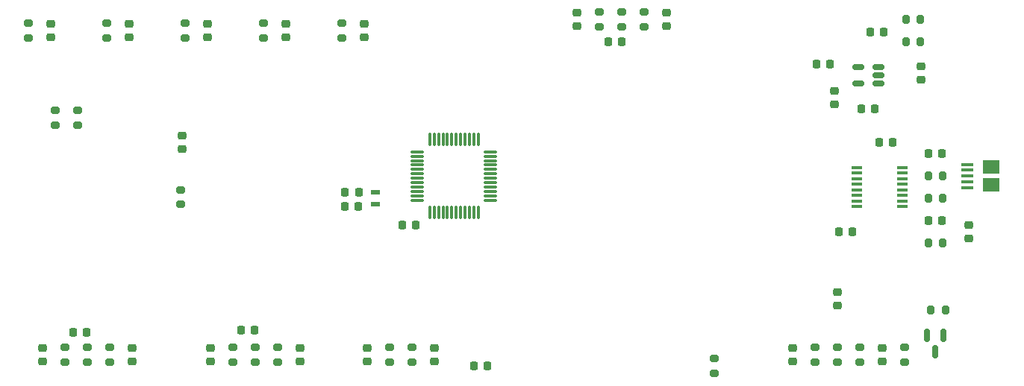
<source format=gbr>
%TF.GenerationSoftware,KiCad,Pcbnew,(6.0.2)*%
%TF.CreationDate,2022-03-23T19:52:23-07:00*%
%TF.ProjectId,main,6d61696e-2e6b-4696-9361-645f70636258,rev?*%
%TF.SameCoordinates,Original*%
%TF.FileFunction,Paste,Top*%
%TF.FilePolarity,Positive*%
%FSLAX46Y46*%
G04 Gerber Fmt 4.6, Leading zero omitted, Abs format (unit mm)*
G04 Created by KiCad (PCBNEW (6.0.2)) date 2022-03-23 19:52:23*
%MOMM*%
%LPD*%
G01*
G04 APERTURE LIST*
G04 Aperture macros list*
%AMRoundRect*
0 Rectangle with rounded corners*
0 $1 Rounding radius*
0 $2 $3 $4 $5 $6 $7 $8 $9 X,Y pos of 4 corners*
0 Add a 4 corners polygon primitive as box body*
4,1,4,$2,$3,$4,$5,$6,$7,$8,$9,$2,$3,0*
0 Add four circle primitives for the rounded corners*
1,1,$1+$1,$2,$3*
1,1,$1+$1,$4,$5*
1,1,$1+$1,$6,$7*
1,1,$1+$1,$8,$9*
0 Add four rect primitives between the rounded corners*
20,1,$1+$1,$2,$3,$4,$5,0*
20,1,$1+$1,$4,$5,$6,$7,0*
20,1,$1+$1,$6,$7,$8,$9,0*
20,1,$1+$1,$8,$9,$2,$3,0*%
G04 Aperture macros list end*
%ADD10RoundRect,0.200000X-0.200000X-0.275000X0.200000X-0.275000X0.200000X0.275000X-0.200000X0.275000X0*%
%ADD11RoundRect,0.225000X-0.250000X0.225000X-0.250000X-0.225000X0.250000X-0.225000X0.250000X0.225000X0*%
%ADD12R,1.100000X0.600000*%
%ADD13RoundRect,0.225000X0.225000X0.250000X-0.225000X0.250000X-0.225000X-0.250000X0.225000X-0.250000X0*%
%ADD14RoundRect,0.225000X0.250000X-0.225000X0.250000X0.225000X-0.250000X0.225000X-0.250000X-0.225000X0*%
%ADD15RoundRect,0.200000X-0.275000X0.200000X-0.275000X-0.200000X0.275000X-0.200000X0.275000X0.200000X0*%
%ADD16RoundRect,0.200000X0.275000X-0.200000X0.275000X0.200000X-0.275000X0.200000X-0.275000X-0.200000X0*%
%ADD17RoundRect,0.225000X-0.225000X-0.250000X0.225000X-0.250000X0.225000X0.250000X-0.225000X0.250000X0*%
%ADD18RoundRect,0.150000X0.512500X0.150000X-0.512500X0.150000X-0.512500X-0.150000X0.512500X-0.150000X0*%
%ADD19RoundRect,0.075000X0.075000X-0.662500X0.075000X0.662500X-0.075000X0.662500X-0.075000X-0.662500X0*%
%ADD20RoundRect,0.075000X0.662500X-0.075000X0.662500X0.075000X-0.662500X0.075000X-0.662500X-0.075000X0*%
%ADD21RoundRect,0.200000X0.200000X0.275000X-0.200000X0.275000X-0.200000X-0.275000X0.200000X-0.275000X0*%
%ADD22RoundRect,0.150000X-0.150000X0.587500X-0.150000X-0.587500X0.150000X-0.587500X0.150000X0.587500X0*%
%ADD23R,1.350000X0.400000*%
%ADD24R,1.900000X1.500000*%
%ADD25R,1.200000X0.400000*%
G04 APERTURE END LIST*
D10*
%TO.C,R24*%
X206185000Y-107950000D03*
X207835000Y-107950000D03*
%TD*%
D11*
%TO.C,C11*%
X124079000Y-118605000D03*
X124079000Y-120155000D03*
%TD*%
D10*
%TO.C,R4*%
X208725000Y-125730000D03*
X210375000Y-125730000D03*
%TD*%
D12*
%TO.C,Y1*%
X146050000Y-126430000D03*
X146050000Y-125030000D03*
%TD*%
D13*
%TO.C,C31*%
X174003000Y-107950000D03*
X172453000Y-107950000D03*
%TD*%
D14*
%TO.C,C26*%
X198452500Y-137935000D03*
X198452500Y-136385000D03*
%TD*%
D15*
%TO.C,R2*%
X184482500Y-143955000D03*
X184482500Y-145605000D03*
%TD*%
D13*
%TO.C,C19*%
X113297000Y-140970000D03*
X111747000Y-140970000D03*
%TD*%
%TO.C,C4*%
X210325000Y-128270000D03*
X208775000Y-128270000D03*
%TD*%
D11*
%TO.C,C17*%
X118442500Y-142735000D03*
X118442500Y-144285000D03*
%TD*%
D16*
%TO.C,R29*%
X200992500Y-144335000D03*
X200992500Y-142685000D03*
%TD*%
D13*
%TO.C,C24*%
X202705000Y-115570000D03*
X201155000Y-115570000D03*
%TD*%
D15*
%TO.C,R6*%
X123952000Y-124778000D03*
X123952000Y-126428000D03*
%TD*%
D11*
%TO.C,C21*%
X145112500Y-142735000D03*
X145112500Y-144285000D03*
%TD*%
%TO.C,C37*%
X109220000Y-105905000D03*
X109220000Y-107455000D03*
%TD*%
D14*
%TO.C,C30*%
X179070000Y-106185000D03*
X179070000Y-104635000D03*
%TD*%
D16*
%TO.C,R38*%
X115570000Y-107505000D03*
X115570000Y-105855000D03*
%TD*%
D13*
%TO.C,C22*%
X203675000Y-106800000D03*
X202125000Y-106800000D03*
%TD*%
D16*
%TO.C,R41*%
X133350000Y-107505000D03*
X133350000Y-105855000D03*
%TD*%
D17*
%TO.C,C2*%
X157164500Y-144780000D03*
X158714500Y-144780000D03*
%TD*%
%TO.C,C8*%
X203187000Y-119380000D03*
X204737000Y-119380000D03*
%TD*%
D16*
%TO.C,R40*%
X142240000Y-107505000D03*
X142240000Y-105855000D03*
%TD*%
D18*
%TO.C,U2*%
X203067500Y-112710000D03*
X203067500Y-111760000D03*
X203067500Y-110810000D03*
X200792500Y-110810000D03*
X200792500Y-112710000D03*
%TD*%
D16*
%TO.C,R31*%
X198452500Y-144335000D03*
X198452500Y-142685000D03*
%TD*%
D15*
%TO.C,R15*%
X147652500Y-142685000D03*
X147652500Y-144335000D03*
%TD*%
D19*
%TO.C,U$1*%
X152190000Y-127352500D03*
X152690000Y-127352500D03*
X153190000Y-127352500D03*
X153690000Y-127352500D03*
X154190000Y-127352500D03*
X154690000Y-127352500D03*
X155190000Y-127352500D03*
X155690000Y-127352500D03*
X156190000Y-127352500D03*
X156690000Y-127352500D03*
X157190000Y-127352500D03*
X157690000Y-127352500D03*
D20*
X159102500Y-125940000D03*
X159102500Y-125440000D03*
X159102500Y-124940000D03*
X159102500Y-124440000D03*
X159102500Y-123940000D03*
X159102500Y-123440000D03*
X159102500Y-122940000D03*
X159102500Y-122440000D03*
X159102500Y-121940000D03*
X159102500Y-121440000D03*
X159102500Y-120940000D03*
X159102500Y-120440000D03*
D19*
X157690000Y-119027500D03*
X157190000Y-119027500D03*
X156690000Y-119027500D03*
X156190000Y-119027500D03*
X155690000Y-119027500D03*
X155190000Y-119027500D03*
X154690000Y-119027500D03*
X154190000Y-119027500D03*
X153690000Y-119027500D03*
X153190000Y-119027500D03*
X152690000Y-119027500D03*
X152190000Y-119027500D03*
D20*
X150777500Y-120440000D03*
X150777500Y-120940000D03*
X150777500Y-121440000D03*
X150777500Y-121940000D03*
X150777500Y-122440000D03*
X150777500Y-122940000D03*
X150777500Y-123440000D03*
X150777500Y-123940000D03*
X150777500Y-124440000D03*
X150777500Y-124940000D03*
X150777500Y-125440000D03*
X150777500Y-125940000D03*
%TD*%
D21*
%TO.C,FB1*%
X210375000Y-130810000D03*
X208725000Y-130810000D03*
%TD*%
D16*
%TO.C,R32*%
X195912500Y-144335000D03*
X195912500Y-142685000D03*
%TD*%
D17*
%TO.C,C12*%
X142550000Y-126675000D03*
X144100000Y-126675000D03*
%TD*%
D14*
%TO.C,C32*%
X168910000Y-106185000D03*
X168910000Y-104635000D03*
%TD*%
D16*
%TO.C,R39*%
X124460000Y-107505000D03*
X124460000Y-105855000D03*
%TD*%
D15*
%TO.C,R18*%
X134952500Y-142685000D03*
X134952500Y-144335000D03*
%TD*%
D14*
%TO.C,C23*%
X207900000Y-110725000D03*
X207900000Y-112275000D03*
%TD*%
D22*
%TO.C,Q1*%
X210500000Y-141302500D03*
X208600000Y-141302500D03*
X209550000Y-143177500D03*
%TD*%
D11*
%TO.C,C33*%
X135890000Y-105905000D03*
X135890000Y-107455000D03*
%TD*%
D21*
%TO.C,R23*%
X207835000Y-105410000D03*
X206185000Y-105410000D03*
%TD*%
D10*
%TO.C,R5*%
X208725000Y-123190000D03*
X210375000Y-123190000D03*
%TD*%
D11*
%TO.C,C15*%
X152732500Y-142735000D03*
X152732500Y-144285000D03*
%TD*%
%TO.C,C16*%
X127332500Y-142735000D03*
X127332500Y-144285000D03*
%TD*%
D15*
%TO.C,R16*%
X110822500Y-142685000D03*
X110822500Y-144335000D03*
%TD*%
D16*
%TO.C,R3*%
X109728000Y-117411000D03*
X109728000Y-115761000D03*
%TD*%
D13*
%TO.C,C5*%
X210325000Y-120650000D03*
X208775000Y-120650000D03*
%TD*%
D15*
%TO.C,R26*%
X206072500Y-142685000D03*
X206072500Y-144335000D03*
%TD*%
D13*
%TO.C,C25*%
X197625000Y-110490000D03*
X196075000Y-110490000D03*
%TD*%
D10*
%TO.C,R25*%
X209057500Y-138430000D03*
X210707500Y-138430000D03*
%TD*%
D16*
%TO.C,R37*%
X106680000Y-107505000D03*
X106680000Y-105855000D03*
%TD*%
%TO.C,R33*%
X173990000Y-106235000D03*
X173990000Y-104585000D03*
%TD*%
%TO.C,R34*%
X176530000Y-106235000D03*
X176530000Y-104585000D03*
%TD*%
D13*
%TO.C,C7*%
X200165000Y-129540000D03*
X198615000Y-129540000D03*
%TD*%
D11*
%TO.C,C36*%
X118110000Y-105905000D03*
X118110000Y-107455000D03*
%TD*%
%TO.C,C34*%
X144780000Y-105905000D03*
X144780000Y-107455000D03*
%TD*%
%TO.C,C18*%
X137492500Y-142735000D03*
X137492500Y-144285000D03*
%TD*%
D23*
%TO.C,J1*%
X213167500Y-124490000D03*
X213167500Y-123840000D03*
X213167500Y-123190000D03*
X213167500Y-122540000D03*
X213167500Y-121890000D03*
D24*
X215867500Y-124190000D03*
X215867500Y-122190000D03*
%TD*%
D15*
%TO.C,R19*%
X115902500Y-142685000D03*
X115902500Y-144335000D03*
%TD*%
D17*
%TO.C,C13*%
X142575000Y-125050000D03*
X144125000Y-125050000D03*
%TD*%
D13*
%TO.C,C14*%
X132347000Y-140716000D03*
X130797000Y-140716000D03*
%TD*%
D16*
%TO.C,R35*%
X171450000Y-106235000D03*
X171450000Y-104585000D03*
%TD*%
D11*
%TO.C,C27*%
X193372500Y-142735000D03*
X193372500Y-144285000D03*
%TD*%
D15*
%TO.C,R21*%
X150192500Y-142685000D03*
X150192500Y-144335000D03*
%TD*%
D11*
%TO.C,C29*%
X203532500Y-142735000D03*
X203532500Y-144285000D03*
%TD*%
%TO.C,C3*%
X213360000Y-128765000D03*
X213360000Y-130315000D03*
%TD*%
%TO.C,C35*%
X127000000Y-105905000D03*
X127000000Y-107455000D03*
%TD*%
D15*
%TO.C,R22*%
X132412500Y-142685000D03*
X132412500Y-144335000D03*
%TD*%
%TO.C,R20*%
X129872500Y-142685000D03*
X129872500Y-144335000D03*
%TD*%
D11*
%TO.C,C28*%
X198120000Y-113525000D03*
X198120000Y-115075000D03*
%TD*%
D17*
%TO.C,C10*%
X149085000Y-128778000D03*
X150635000Y-128778000D03*
%TD*%
D16*
%TO.C,R1*%
X112268000Y-117411000D03*
X112268000Y-115761000D03*
%TD*%
D15*
%TO.C,R17*%
X113362500Y-142685000D03*
X113362500Y-144335000D03*
%TD*%
D11*
%TO.C,C20*%
X108282500Y-142735000D03*
X108282500Y-144285000D03*
%TD*%
D25*
%TO.C,U1*%
X200600000Y-122237500D03*
X200600000Y-122872500D03*
X200600000Y-123507500D03*
X200600000Y-124142500D03*
X200600000Y-124777500D03*
X200600000Y-125412500D03*
X200600000Y-126047500D03*
X200600000Y-126682500D03*
X205800000Y-126682500D03*
X205800000Y-126047500D03*
X205800000Y-125412500D03*
X205800000Y-124777500D03*
X205800000Y-124142500D03*
X205800000Y-123507500D03*
X205800000Y-122872500D03*
X205800000Y-122237500D03*
%TD*%
M02*

</source>
